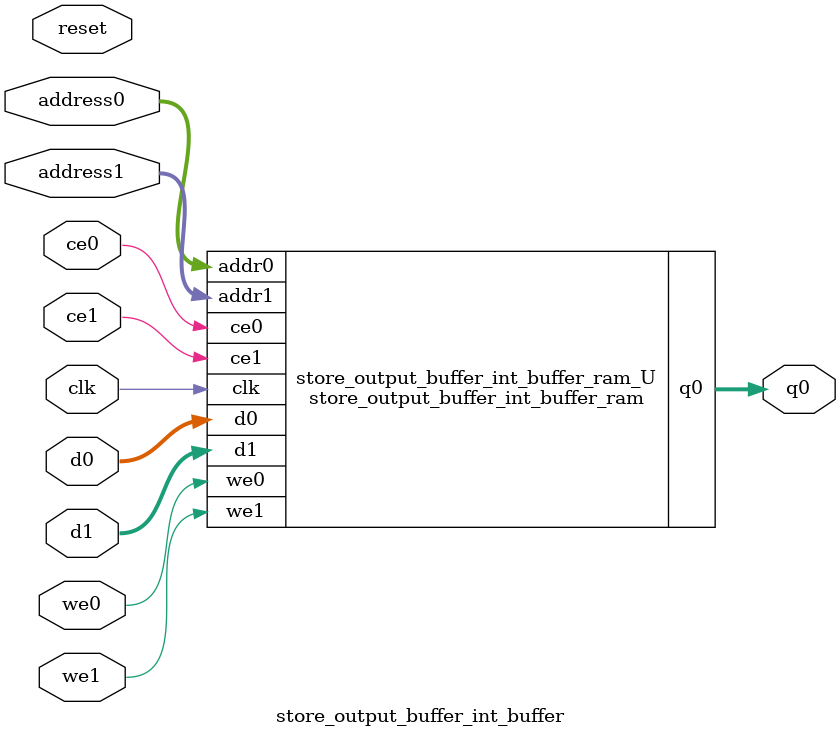
<source format=v>

`timescale 1 ns / 1 ps
module store_output_buffer_int_buffer_ram (addr0, ce0, d0, we0, q0, addr1, ce1, d1, we1,  clk);

parameter DWIDTH = 32;
parameter AWIDTH = 5;
parameter MEM_SIZE = 32;

input[AWIDTH-1:0] addr0;
input ce0;
input[DWIDTH-1:0] d0;
input we0;
output reg[DWIDTH-1:0] q0;
input[AWIDTH-1:0] addr1;
input ce1;
input[DWIDTH-1:0] d1;
input we1;
input clk;

(* ram_style = "block" *)reg [DWIDTH-1:0] ram[MEM_SIZE-1:0];




always @(posedge clk)  
begin 
    if (ce0) 
    begin
        if (we0) 
        begin 
            ram[addr0] <= d0; 
            q0 <= d0;
        end 
        else 
            q0 <= ram[addr0];
    end
end


always @(posedge clk)  
begin 
    if (ce1) 
    begin
        if (we1) 
        begin 
            ram[addr1] <= d1; 
        end 
    end
end


endmodule


`timescale 1 ns / 1 ps
module store_output_buffer_int_buffer(
    reset,
    clk,
    address0,
    ce0,
    we0,
    d0,
    q0,
    address1,
    ce1,
    we1,
    d1);

parameter DataWidth = 32'd32;
parameter AddressRange = 32'd32;
parameter AddressWidth = 32'd5;
input reset;
input clk;
input[AddressWidth - 1:0] address0;
input ce0;
input we0;
input[DataWidth - 1:0] d0;
output[DataWidth - 1:0] q0;
input[AddressWidth - 1:0] address1;
input ce1;
input we1;
input[DataWidth - 1:0] d1;




store_output_buffer_int_buffer_ram store_output_buffer_int_buffer_ram_U(
    .clk( clk ),
    .addr0( address0 ),
    .ce0( ce0 ),
    .d0( d0 ),
    .we0( we0 ),
    .q0( q0 ),
    .addr1( address1 ),
    .ce1( ce1 ),
    .d1( d1 ),
    .we1( we1 ));

endmodule


</source>
